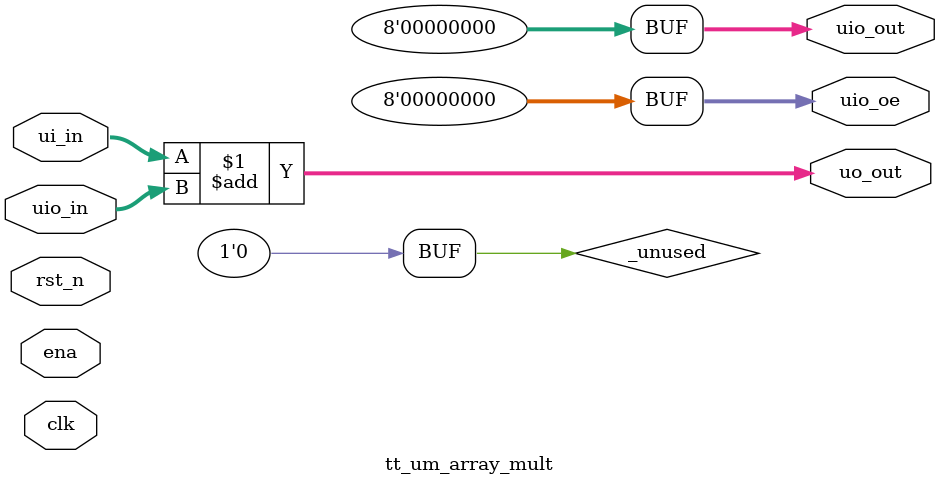
<source format=v>
/*
 * Copyright (c) 2024 Your Name
 * SPDX-License-Identifier: Apache-2.0
 */

`default_nettype none

`timescale 1ns / 1ps

module full_adder(
    input m,
    input q,
    input c,
    output carry_out,
    output sum
    );
    
assign and1 = c&q;
assign and2 = c&m;
assign and3 = q&m;
assign carry_out = and1 | and2 | and3;
assign sum = m ^ q ^ c;

    
endmodule


module array_mult_structural(
    input [3:0] m,
    input [3:0] q,
    output [7:0] p
    );
    
assign int_sig1 = m[1] & q[0];
assign int_sig2 = m[0] & q[1];
assign int_sig3 = m[2] & q[0];
assign int_sig4 = m[1] & q[1];
assign int_sig5 = m[0] & q[2];
assign int_sig6 = m[3] & q[0];
assign int_sig7 = m[2] & q[1];
assign int_sig8 = m[1] & q[2];
assign int_sig9 = m[0] & q[3];
assign int_sig10 = m[3] & q[1];
assign int_sig11 = m[2] & q[2];
assign int_sig12 = m[1] & q[3];
assign int_sig13 = m[3] & q[2];
assign int_sig14 = m[2] & q[3];
assign int_sig15 = m[3] & q[3];

full_adder inst1_1 (int_sig1,int_sig2,0, carry_out1, sum1);
full_adder inst1_2 (int_sig3,int_sig4,carry_out1, carry_out2, sum2);
full_adder inst2_1 (int_sig5,sum2, 0, carry_out3, sum3);
full_adder inst1_3 (int_sig6,int_sig7,carry_out2, carry_out4, sum4);
full_adder inst2_2 (sum4,int_sig8,carry_out3, carry_out5, sum5);
full_adder inst3_1 (sum5,int_sig9,0,carry_out6, sum6);
full_adder inst1_4 (int_sig10,0,carry_out4,carry_out7,sum7);
full_adder inst2_3 (sum7,int_sig11,carry_out5,carry_out8,sum8);
full_adder inst3_2 (sum8,int_sig12,carry_out6,carry_out9,sum9);
full_adder inst2_4 (carry_out7,int_sig13,carry_out8,carry_out10,sum10);
full_adder inst3_3 (sum10,int_sig14,carry_out9,carry_out11,sum11);
full_adder inst3_4 (carry_out10,int_sig15,carry_out11,carry_out12,sum12);

assign p[0] = m[0] & q[0];
assign p[1] = sum1;
assign p[2] = sum3;
assign p[3] = sum6;
assign p[4] = sum9;
assign p[5] = sum11;
assign p[6] = sum12;
assign p[7] = carry_out12;
    
endmodule


module tt_um_array_mult (
    input  wire [7:0] ui_in,    // Dedicated inputs
    output wire [7:0] uo_out,   // Dedicated outputs
    input  wire [7:0] uio_in,   // IOs: Input path
    output wire [7:0] uio_out,  // IOs: Output path
    output wire [7:0] uio_oe,   // IOs: Enable path (active high: 0=input, 1=output)
    input  wire       ena,      // always 1 when the design is powered, so you can ignore it
    input  wire       clk,      // clock
    input  wire       rst_n     // reset_n - low to reset
);

  // All output pins must be assigned. If not used, assign to 0.
  assign uo_out  = ui_in + uio_in;  // Example: ou_out is the sum of ui_in and uio_in
  assign uio_out = 0;
  assign uio_oe  = 0;

  // List all unused inputs to prevent warnings
  wire _unused = &{ena, clk, rst_n, 1'b0};

endmodule

</source>
